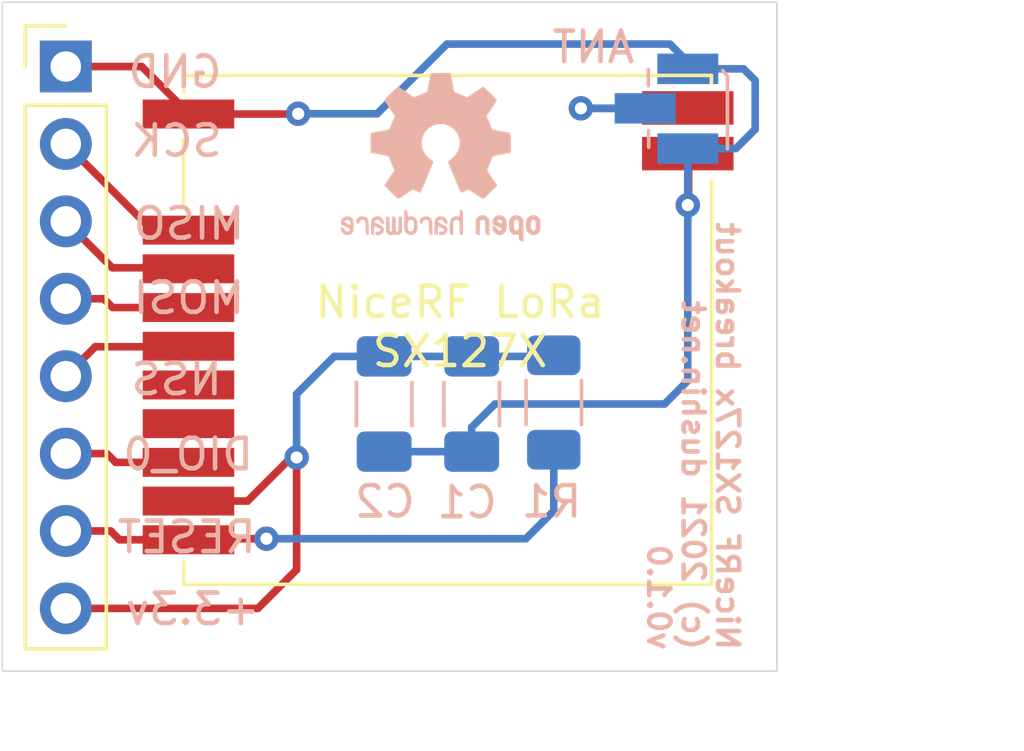
<source format=kicad_pcb>
(kicad_pcb (version 20171130) (host pcbnew "(5.1.9-0-10_14)")

  (general
    (thickness 1.6)
    (drawings 17)
    (tracks 68)
    (zones 0)
    (modules 7)
    (nets 12)
  )

  (page A4)
  (layers
    (0 F.Cu signal)
    (31 B.Cu signal)
    (32 B.Adhes user)
    (33 F.Adhes user)
    (34 B.Paste user)
    (35 F.Paste user)
    (36 B.SilkS user)
    (37 F.SilkS user)
    (38 B.Mask user)
    (39 F.Mask user)
    (40 Dwgs.User user)
    (41 Cmts.User user)
    (42 Eco1.User user)
    (43 Eco2.User user)
    (44 Edge.Cuts user)
    (45 Margin user)
    (46 B.CrtYd user)
    (47 F.CrtYd user)
    (48 B.Fab user)
    (49 F.Fab user)
  )

  (setup
    (last_trace_width 0.25)
    (trace_clearance 0.2)
    (zone_clearance 0.508)
    (zone_45_only no)
    (trace_min 0.2)
    (via_size 0.8)
    (via_drill 0.4)
    (via_min_size 0.4)
    (via_min_drill 0.3)
    (uvia_size 0.3)
    (uvia_drill 0.1)
    (uvias_allowed no)
    (uvia_min_size 0.2)
    (uvia_min_drill 0.1)
    (edge_width 0.05)
    (segment_width 0.2)
    (pcb_text_width 0.3)
    (pcb_text_size 1.5 1.5)
    (mod_edge_width 0.12)
    (mod_text_size 1 1)
    (mod_text_width 0.15)
    (pad_size 1.524 1.524)
    (pad_drill 0.762)
    (pad_to_mask_clearance 0)
    (aux_axis_origin 0 0)
    (visible_elements FFFFFF7F)
    (pcbplotparams
      (layerselection 0x010fc_ffffffff)
      (usegerberextensions false)
      (usegerberattributes true)
      (usegerberadvancedattributes true)
      (creategerberjobfile true)
      (excludeedgelayer true)
      (linewidth 0.100000)
      (plotframeref false)
      (viasonmask false)
      (mode 1)
      (useauxorigin false)
      (hpglpennumber 1)
      (hpglpenspeed 20)
      (hpglpendiameter 15.000000)
      (psnegative false)
      (psa4output false)
      (plotreference true)
      (plotvalue true)
      (plotinvisibletext false)
      (padsonsilk false)
      (subtractmaskfromsilk false)
      (outputformat 1)
      (mirror false)
      (drillshape 1)
      (scaleselection 1)
      (outputdirectory ""))
  )

  (net 0 "")
  (net 1 /GND)
  (net 2 /VCC)
  (net 3 "Net-(U1-Pad9)")
  (net 4 "Net-(U1-Pad8)")
  (net 5 /RESET)
  (net 6 /DIO0)
  (net 7 /NSS)
  (net 8 /MOSI)
  (net 9 /MISO)
  (net 10 /SCK)
  (net 11 /ANT)

  (net_class Default "This is the default net class."
    (clearance 0.2)
    (trace_width 0.25)
    (via_dia 0.8)
    (via_drill 0.4)
    (uvia_dia 0.3)
    (uvia_drill 0.1)
    (add_net /ANT)
    (add_net /DIO0)
    (add_net /GND)
    (add_net /MISO)
    (add_net /MOSI)
    (add_net /NSS)
    (add_net /RESET)
    (add_net /SCK)
    (add_net /VCC)
    (add_net "Net-(U1-Pad8)")
    (add_net "Net-(U1-Pad9)")
  )

  (module 0xFD:nicerf-lora-sx127x (layer F.Cu) (tedit 611BC697) (tstamp 611BC8B2)
    (at 133.223 71.3232)
    (path /60F0C216)
    (fp_text reference U1 (at 0.1016 8.9916) (layer F.SilkS) hide
      (effects (font (size 1 1) (thickness 0.15)))
    )
    (fp_text value "NiceRF SX127X" (at -0.0762 -11.6205) (layer F.Fab) hide
      (effects (font (size 1 1) (thickness 0.15)))
    )
    (fp_line (start -8.6614 -7.6581) (end -8.6614 -5.4483) (layer F.SilkS) (width 0.12))
    (fp_line (start -8.65 -9.7663) (end 8.65 -9.7663) (layer F.SilkS) (width 0.12))
    (fp_line (start -8.6487 -9.7663) (end -8.6487 -9.2202) (layer F.SilkS) (width 0.12))
    (fp_line (start 8.6487 -9.7663) (end 8.6487 -9.525) (layer F.SilkS) (width 0.12))
    (fp_line (start -8.65 6.9342) (end 8.65 6.9342) (layer F.SilkS) (width 0.12))
    (fp_line (start -8.6487 6.1722) (end -8.6487 6.9342) (layer F.SilkS) (width 0.12))
    (fp_line (start 8.6487 6.9342) (end 8.6614 -6.2738) (layer F.SilkS) (width 0.12))
    (pad 13 smd rect (at 7.874 -8.7) (size 3 1.1) (layers F.Cu F.Paste F.Mask)
      (net 11 /ANT))
    (pad 14 smd rect (at 7.874 -7.2) (size 3 1.1) (layers F.Cu F.Paste F.Mask)
      (net 1 /GND))
    (pad 12 smd rect (at -8.5 5.47) (size 3 0.95) (layers F.Cu F.Paste F.Mask)
      (net 5 /RESET))
    (pad 11 smd rect (at -8.5 4.2) (size 3 0.95) (layers F.Cu F.Paste F.Mask)
      (net 2 /VCC))
    (pad 10 smd rect (at -8.5 2.93) (size 3 0.95) (layers F.Cu F.Paste F.Mask)
      (net 6 /DIO0))
    (pad 9 smd rect (at -8.5 1.66) (size 3 0.95) (layers F.Cu F.Paste F.Mask)
      (net 3 "Net-(U1-Pad9)"))
    (pad 8 smd rect (at -8.5 0.39) (size 3 0.95) (layers F.Cu F.Paste F.Mask)
      (net 4 "Net-(U1-Pad8)"))
    (pad 7 smd rect (at -8.5 -0.88) (size 3 0.95) (layers F.Cu F.Paste F.Mask)
      (net 7 /NSS))
    (pad 6 smd rect (at -8.5 -2.15) (size 3 0.95) (layers F.Cu F.Paste F.Mask)
      (net 8 /MOSI))
    (pad 5 smd rect (at -8.5 -3.42) (size 3 0.95) (layers F.Cu F.Paste F.Mask)
      (net 9 /MISO))
    (pad 4 smd rect (at -8.5 -4.69) (size 3 0.95) (layers F.Cu F.Paste F.Mask)
      (net 10 /SCK))
    (pad 1 smd rect (at -8.5 -8.5) (size 3 0.95) (layers F.Cu F.Paste F.Mask)
      (net 1 /GND))
  )

  (module Resistor_SMD:R_1206_3216Metric_Pad1.30x1.75mm_HandSolder (layer B.Cu) (tedit 5F68FEEE) (tstamp 60F5C2F8)
    (at 136.7028 72.289 90)
    (descr "Resistor SMD 1206 (3216 Metric), square (rectangular) end terminal, IPC_7351 nominal with elongated pad for handsoldering. (Body size source: IPC-SM-782 page 72, https://www.pcb-3d.com/wordpress/wp-content/uploads/ipc-sm-782a_amendment_1_and_2.pdf), generated with kicad-footprint-generator")
    (tags "resistor handsolder")
    (path /60F5CD4D)
    (attr smd)
    (fp_text reference R1 (at -3.2512 -0.0762 180) (layer B.SilkS)
      (effects (font (size 1 1) (thickness 0.15)) (justify mirror))
    )
    (fp_text value 10k (at 0 -1.82 90) (layer B.Fab) hide
      (effects (font (size 1 1) (thickness 0.15)) (justify mirror))
    )
    (fp_line (start 2.45 -1.12) (end -2.45 -1.12) (layer B.CrtYd) (width 0.05))
    (fp_line (start 2.45 1.12) (end 2.45 -1.12) (layer B.CrtYd) (width 0.05))
    (fp_line (start -2.45 1.12) (end 2.45 1.12) (layer B.CrtYd) (width 0.05))
    (fp_line (start -2.45 -1.12) (end -2.45 1.12) (layer B.CrtYd) (width 0.05))
    (fp_line (start -0.727064 -0.91) (end 0.727064 -0.91) (layer B.SilkS) (width 0.12))
    (fp_line (start -0.727064 0.91) (end 0.727064 0.91) (layer B.SilkS) (width 0.12))
    (fp_line (start 1.6 -0.8) (end -1.6 -0.8) (layer B.Fab) (width 0.1))
    (fp_line (start 1.6 0.8) (end 1.6 -0.8) (layer B.Fab) (width 0.1))
    (fp_line (start -1.6 0.8) (end 1.6 0.8) (layer B.Fab) (width 0.1))
    (fp_line (start -1.6 -0.8) (end -1.6 0.8) (layer B.Fab) (width 0.1))
    (fp_text user %R (at 0 0 90) (layer B.Fab)
      (effects (font (size 0.8 0.8) (thickness 0.12)) (justify mirror))
    )
    (pad 2 smd roundrect (at 1.55 0 90) (size 1.3 1.75) (layers B.Cu B.Paste B.Mask) (roundrect_rratio 0.192308)
      (net 2 /VCC))
    (pad 1 smd roundrect (at -1.55 0 90) (size 1.3 1.75) (layers B.Cu B.Paste B.Mask) (roundrect_rratio 0.192308)
      (net 5 /RESET))
    (model ${KISYS3DMOD}/Resistor_SMD.3dshapes/R_1206_3216Metric.wrl
      (at (xyz 0 0 0))
      (scale (xyz 1 1 1))
      (rotate (xyz 0 0 0))
    )
  )

  (module Symbol:OSHW-Logo2_7.3x6mm_SilkScreen (layer B.Cu) (tedit 0) (tstamp 60F060D7)
    (at 132.9944 64.2366 180)
    (descr "Open Source Hardware Symbol")
    (tags "Logo Symbol OSHW")
    (attr virtual)
    (fp_text reference REF** (at 0 0) (layer B.SilkS) hide
      (effects (font (size 1 1) (thickness 0.15)) (justify mirror))
    )
    (fp_text value OSHW-Logo2_7.3x6mm_SilkScreen (at 0.75 0) (layer B.Fab) hide
      (effects (font (size 1 1) (thickness 0.15)) (justify mirror))
    )
    (fp_poly (pts (xy -2.400256 -1.919918) (xy -2.344799 -1.947568) (xy -2.295852 -1.99848) (xy -2.282371 -2.017338)
      (xy -2.267686 -2.042015) (xy -2.258158 -2.068816) (xy -2.252707 -2.104587) (xy -2.250253 -2.156169)
      (xy -2.249714 -2.224267) (xy -2.252148 -2.317588) (xy -2.260606 -2.387657) (xy -2.276826 -2.439931)
      (xy -2.302546 -2.479869) (xy -2.339503 -2.512929) (xy -2.342218 -2.514886) (xy -2.37864 -2.534908)
      (xy -2.422498 -2.544815) (xy -2.478276 -2.547257) (xy -2.568952 -2.547257) (xy -2.56899 -2.635283)
      (xy -2.569834 -2.684308) (xy -2.574976 -2.713065) (xy -2.588413 -2.730311) (xy -2.614142 -2.744808)
      (xy -2.620321 -2.747769) (xy -2.649236 -2.761648) (xy -2.671624 -2.770414) (xy -2.688271 -2.771171)
      (xy -2.699964 -2.761023) (xy -2.70749 -2.737073) (xy -2.711634 -2.696426) (xy -2.713185 -2.636186)
      (xy -2.712929 -2.553455) (xy -2.711651 -2.445339) (xy -2.711252 -2.413) (xy -2.709815 -2.301524)
      (xy -2.708528 -2.228603) (xy -2.569029 -2.228603) (xy -2.568245 -2.290499) (xy -2.56476 -2.330997)
      (xy -2.556876 -2.357708) (xy -2.542895 -2.378244) (xy -2.533403 -2.38826) (xy -2.494596 -2.417567)
      (xy -2.460237 -2.419952) (xy -2.424784 -2.39575) (xy -2.423886 -2.394857) (xy -2.409461 -2.376153)
      (xy -2.400687 -2.350732) (xy -2.396261 -2.311584) (xy -2.394882 -2.251697) (xy -2.394857 -2.23843)
      (xy -2.398188 -2.155901) (xy -2.409031 -2.098691) (xy -2.42866 -2.063766) (xy -2.45835 -2.048094)
      (xy -2.475509 -2.046514) (xy -2.516234 -2.053926) (xy -2.544168 -2.07833) (xy -2.560983 -2.12298)
      (xy -2.56835 -2.19113) (xy -2.569029 -2.228603) (xy -2.708528 -2.228603) (xy -2.708292 -2.215245)
      (xy -2.706323 -2.150333) (xy -2.70355 -2.102958) (xy -2.699612 -2.06929) (xy -2.694151 -2.045498)
      (xy -2.686808 -2.027753) (xy -2.677223 -2.012224) (xy -2.673113 -2.006381) (xy -2.618595 -1.951185)
      (xy -2.549664 -1.91989) (xy -2.469928 -1.911165) (xy -2.400256 -1.919918)) (layer B.SilkS) (width 0.01))
    (fp_poly (pts (xy -1.283907 -1.92778) (xy -1.237328 -1.954723) (xy -1.204943 -1.981466) (xy -1.181258 -2.009484)
      (xy -1.164941 -2.043748) (xy -1.154661 -2.089227) (xy -1.149086 -2.150892) (xy -1.146884 -2.233711)
      (xy -1.146629 -2.293246) (xy -1.146629 -2.512391) (xy -1.208314 -2.540044) (xy -1.27 -2.567697)
      (xy -1.277257 -2.32767) (xy -1.280256 -2.238028) (xy -1.283402 -2.172962) (xy -1.287299 -2.128026)
      (xy -1.292553 -2.09877) (xy -1.299769 -2.080748) (xy -1.30955 -2.069511) (xy -1.312688 -2.067079)
      (xy -1.360239 -2.048083) (xy -1.408303 -2.0556) (xy -1.436914 -2.075543) (xy -1.448553 -2.089675)
      (xy -1.456609 -2.10822) (xy -1.461729 -2.136334) (xy -1.464559 -2.179173) (xy -1.465744 -2.241895)
      (xy -1.465943 -2.307261) (xy -1.465982 -2.389268) (xy -1.467386 -2.447316) (xy -1.472086 -2.486465)
      (xy -1.482013 -2.51178) (xy -1.499097 -2.528323) (xy -1.525268 -2.541156) (xy -1.560225 -2.554491)
      (xy -1.598404 -2.569007) (xy -1.593859 -2.311389) (xy -1.592029 -2.218519) (xy -1.589888 -2.149889)
      (xy -1.586819 -2.100711) (xy -1.582206 -2.066198) (xy -1.575432 -2.041562) (xy -1.565881 -2.022016)
      (xy -1.554366 -2.00477) (xy -1.49881 -1.94968) (xy -1.43102 -1.917822) (xy -1.357287 -1.910191)
      (xy -1.283907 -1.92778)) (layer B.SilkS) (width 0.01))
    (fp_poly (pts (xy -2.958885 -1.921962) (xy -2.890855 -1.957733) (xy -2.840649 -2.015301) (xy -2.822815 -2.052312)
      (xy -2.808937 -2.107882) (xy -2.801833 -2.178096) (xy -2.80116 -2.254727) (xy -2.806573 -2.329552)
      (xy -2.81773 -2.394342) (xy -2.834286 -2.440873) (xy -2.839374 -2.448887) (xy -2.899645 -2.508707)
      (xy -2.971231 -2.544535) (xy -3.048908 -2.55502) (xy -3.127452 -2.53881) (xy -3.149311 -2.529092)
      (xy -3.191878 -2.499143) (xy -3.229237 -2.459433) (xy -3.232768 -2.454397) (xy -3.247119 -2.430124)
      (xy -3.256606 -2.404178) (xy -3.26221 -2.370022) (xy -3.264914 -2.321119) (xy -3.265701 -2.250935)
      (xy -3.265714 -2.2352) (xy -3.265678 -2.230192) (xy -3.120571 -2.230192) (xy -3.119727 -2.29643)
      (xy -3.116404 -2.340386) (xy -3.109417 -2.368779) (xy -3.097584 -2.388325) (xy -3.091543 -2.394857)
      (xy -3.056814 -2.41968) (xy -3.023097 -2.418548) (xy -2.989005 -2.397016) (xy -2.968671 -2.374029)
      (xy -2.956629 -2.340478) (xy -2.949866 -2.287569) (xy -2.949402 -2.281399) (xy -2.948248 -2.185513)
      (xy -2.960312 -2.114299) (xy -2.98543 -2.068194) (xy -3.02344 -2.047635) (xy -3.037008 -2.046514)
      (xy -3.072636 -2.052152) (xy -3.097006 -2.071686) (xy -3.111907 -2.109042) (xy -3.119125 -2.16815)
      (xy -3.120571 -2.230192) (xy -3.265678 -2.230192) (xy -3.265174 -2.160413) (xy -3.262904 -2.108159)
      (xy -3.257932 -2.071949) (xy -3.249287 -2.045299) (xy -3.235995 -2.021722) (xy -3.233057 -2.017338)
      (xy -3.183687 -1.958249) (xy -3.129891 -1.923947) (xy -3.064398 -1.910331) (xy -3.042158 -1.909665)
      (xy -2.958885 -1.921962)) (layer B.SilkS) (width 0.01))
    (fp_poly (pts (xy -1.831697 -1.931239) (xy -1.774473 -1.969735) (xy -1.730251 -2.025335) (xy -1.703833 -2.096086)
      (xy -1.69849 -2.148162) (xy -1.699097 -2.169893) (xy -1.704178 -2.186531) (xy -1.718145 -2.201437)
      (xy -1.745411 -2.217973) (xy -1.790388 -2.239498) (xy -1.857489 -2.269374) (xy -1.857829 -2.269524)
      (xy -1.919593 -2.297813) (xy -1.970241 -2.322933) (xy -2.004596 -2.342179) (xy -2.017482 -2.352848)
      (xy -2.017486 -2.352934) (xy -2.006128 -2.376166) (xy -1.979569 -2.401774) (xy -1.949077 -2.420221)
      (xy -1.93363 -2.423886) (xy -1.891485 -2.411212) (xy -1.855192 -2.379471) (xy -1.837483 -2.344572)
      (xy -1.820448 -2.318845) (xy -1.787078 -2.289546) (xy -1.747851 -2.264235) (xy -1.713244 -2.250471)
      (xy -1.706007 -2.249714) (xy -1.697861 -2.26216) (xy -1.69737 -2.293972) (xy -1.703357 -2.336866)
      (xy -1.714643 -2.382558) (xy -1.73005 -2.422761) (xy -1.730829 -2.424322) (xy -1.777196 -2.489062)
      (xy -1.837289 -2.533097) (xy -1.905535 -2.554711) (xy -1.976362 -2.552185) (xy -2.044196 -2.523804)
      (xy -2.047212 -2.521808) (xy -2.100573 -2.473448) (xy -2.13566 -2.410352) (xy -2.155078 -2.327387)
      (xy -2.157684 -2.304078) (xy -2.162299 -2.194055) (xy -2.156767 -2.142748) (xy -2.017486 -2.142748)
      (xy -2.015676 -2.174753) (xy -2.005778 -2.184093) (xy -1.981102 -2.177105) (xy -1.942205 -2.160587)
      (xy -1.898725 -2.139881) (xy -1.897644 -2.139333) (xy -1.860791 -2.119949) (xy -1.846 -2.107013)
      (xy -1.849647 -2.093451) (xy -1.865005 -2.075632) (xy -1.904077 -2.049845) (xy -1.946154 -2.04795)
      (xy -1.983897 -2.066717) (xy -2.009966 -2.102915) (xy -2.017486 -2.142748) (xy -2.156767 -2.142748)
      (xy -2.152806 -2.106027) (xy -2.12845 -2.036212) (xy -2.094544 -1.987302) (xy -2.033347 -1.937878)
      (xy -1.965937 -1.913359) (xy -1.89712 -1.911797) (xy -1.831697 -1.931239)) (layer B.SilkS) (width 0.01))
    (fp_poly (pts (xy -0.624114 -1.851289) (xy -0.619861 -1.910613) (xy -0.614975 -1.945572) (xy -0.608205 -1.96082)
      (xy -0.598298 -1.961015) (xy -0.595086 -1.959195) (xy -0.552356 -1.946015) (xy -0.496773 -1.946785)
      (xy -0.440263 -1.960333) (xy -0.404918 -1.977861) (xy -0.368679 -2.005861) (xy -0.342187 -2.037549)
      (xy -0.324001 -2.077813) (xy -0.312678 -2.131543) (xy -0.306778 -2.203626) (xy -0.304857 -2.298951)
      (xy -0.304823 -2.317237) (xy -0.3048 -2.522646) (xy -0.350509 -2.53858) (xy -0.382973 -2.54942)
      (xy -0.400785 -2.554468) (xy -0.401309 -2.554514) (xy -0.403063 -2.540828) (xy -0.404556 -2.503076)
      (xy -0.405674 -2.446224) (xy -0.406303 -2.375234) (xy -0.4064 -2.332073) (xy -0.406602 -2.246973)
      (xy -0.407642 -2.185981) (xy -0.410169 -2.144177) (xy -0.414836 -2.116642) (xy -0.422293 -2.098456)
      (xy -0.433189 -2.084698) (xy -0.439993 -2.078073) (xy -0.486728 -2.051375) (xy -0.537728 -2.049375)
      (xy -0.583999 -2.071955) (xy -0.592556 -2.080107) (xy -0.605107 -2.095436) (xy -0.613812 -2.113618)
      (xy -0.619369 -2.139909) (xy -0.622474 -2.179562) (xy -0.623824 -2.237832) (xy -0.624114 -2.318173)
      (xy -0.624114 -2.522646) (xy -0.669823 -2.53858) (xy -0.702287 -2.54942) (xy -0.720099 -2.554468)
      (xy -0.720623 -2.554514) (xy -0.721963 -2.540623) (xy -0.723172 -2.501439) (xy -0.724199 -2.4407)
      (xy -0.724998 -2.362141) (xy -0.725519 -2.269498) (xy -0.725714 -2.166509) (xy -0.725714 -1.769342)
      (xy -0.678543 -1.749444) (xy -0.631371 -1.729547) (xy -0.624114 -1.851289)) (layer B.SilkS) (width 0.01))
    (fp_poly (pts (xy 0.039744 -1.950968) (xy 0.096616 -1.972087) (xy 0.097267 -1.972493) (xy 0.13244 -1.99838)
      (xy 0.158407 -2.028633) (xy 0.17667 -2.068058) (xy 0.188732 -2.121462) (xy 0.196096 -2.193651)
      (xy 0.200264 -2.289432) (xy 0.200629 -2.303078) (xy 0.205876 -2.508842) (xy 0.161716 -2.531678)
      (xy 0.129763 -2.54711) (xy 0.11047 -2.554423) (xy 0.109578 -2.554514) (xy 0.106239 -2.541022)
      (xy 0.103587 -2.504626) (xy 0.101956 -2.451452) (xy 0.1016 -2.408393) (xy 0.101592 -2.338641)
      (xy 0.098403 -2.294837) (xy 0.087288 -2.273944) (xy 0.063501 -2.272925) (xy 0.022296 -2.288741)
      (xy -0.039914 -2.317815) (xy -0.085659 -2.341963) (xy -0.109187 -2.362913) (xy -0.116104 -2.385747)
      (xy -0.116114 -2.386877) (xy -0.104701 -2.426212) (xy -0.070908 -2.447462) (xy -0.019191 -2.450539)
      (xy 0.018061 -2.450006) (xy 0.037703 -2.460735) (xy 0.049952 -2.486505) (xy 0.057002 -2.519337)
      (xy 0.046842 -2.537966) (xy 0.043017 -2.540632) (xy 0.007001 -2.55134) (xy -0.043434 -2.552856)
      (xy -0.095374 -2.545759) (xy -0.132178 -2.532788) (xy -0.183062 -2.489585) (xy -0.211986 -2.429446)
      (xy -0.217714 -2.382462) (xy -0.213343 -2.340082) (xy -0.197525 -2.305488) (xy -0.166203 -2.274763)
      (xy -0.115322 -2.24399) (xy -0.040824 -2.209252) (xy -0.036286 -2.207288) (xy 0.030821 -2.176287)
      (xy 0.072232 -2.150862) (xy 0.089981 -2.128014) (xy 0.086107 -2.104745) (xy 0.062643 -2.078056)
      (xy 0.055627 -2.071914) (xy 0.00863 -2.0481) (xy -0.040067 -2.049103) (xy -0.082478 -2.072451)
      (xy -0.110616 -2.115675) (xy -0.113231 -2.12416) (xy -0.138692 -2.165308) (xy -0.170999 -2.185128)
      (xy -0.217714 -2.20477) (xy -0.217714 -2.15395) (xy -0.203504 -2.080082) (xy -0.161325 -2.012327)
      (xy -0.139376 -1.989661) (xy -0.089483 -1.960569) (xy -0.026033 -1.9474) (xy 0.039744 -1.950968)) (layer B.SilkS) (width 0.01))
    (fp_poly (pts (xy 0.529926 -1.949755) (xy 0.595858 -1.974084) (xy 0.649273 -2.017117) (xy 0.670164 -2.047409)
      (xy 0.692939 -2.102994) (xy 0.692466 -2.143186) (xy 0.668562 -2.170217) (xy 0.659717 -2.174813)
      (xy 0.62153 -2.189144) (xy 0.602028 -2.185472) (xy 0.595422 -2.161407) (xy 0.595086 -2.148114)
      (xy 0.582992 -2.09921) (xy 0.551471 -2.064999) (xy 0.507659 -2.048476) (xy 0.458695 -2.052634)
      (xy 0.418894 -2.074227) (xy 0.40545 -2.086544) (xy 0.395921 -2.101487) (xy 0.389485 -2.124075)
      (xy 0.385317 -2.159328) (xy 0.382597 -2.212266) (xy 0.380502 -2.287907) (xy 0.37996 -2.311857)
      (xy 0.377981 -2.39379) (xy 0.375731 -2.451455) (xy 0.372357 -2.489608) (xy 0.367006 -2.513004)
      (xy 0.358824 -2.526398) (xy 0.346959 -2.534545) (xy 0.339362 -2.538144) (xy 0.307102 -2.550452)
      (xy 0.288111 -2.554514) (xy 0.281836 -2.540948) (xy 0.278006 -2.499934) (xy 0.2766 -2.430999)
      (xy 0.277598 -2.333669) (xy 0.277908 -2.318657) (xy 0.280101 -2.229859) (xy 0.282693 -2.165019)
      (xy 0.286382 -2.119067) (xy 0.291864 -2.086935) (xy 0.299835 -2.063553) (xy 0.310993 -2.043852)
      (xy 0.31683 -2.03541) (xy 0.350296 -1.998057) (xy 0.387727 -1.969003) (xy 0.392309 -1.966467)
      (xy 0.459426 -1.946443) (xy 0.529926 -1.949755)) (layer B.SilkS) (width 0.01))
    (fp_poly (pts (xy 1.190117 -2.065358) (xy 1.189933 -2.173837) (xy 1.189219 -2.257287) (xy 1.187675 -2.319704)
      (xy 1.185001 -2.365085) (xy 1.180894 -2.397429) (xy 1.175055 -2.420733) (xy 1.167182 -2.438995)
      (xy 1.161221 -2.449418) (xy 1.111855 -2.505945) (xy 1.049264 -2.541377) (xy 0.980013 -2.55409)
      (xy 0.910668 -2.542463) (xy 0.869375 -2.521568) (xy 0.826025 -2.485422) (xy 0.796481 -2.441276)
      (xy 0.778655 -2.383462) (xy 0.770463 -2.306313) (xy 0.769302 -2.249714) (xy 0.769458 -2.245647)
      (xy 0.870857 -2.245647) (xy 0.871476 -2.31055) (xy 0.874314 -2.353514) (xy 0.88084 -2.381622)
      (xy 0.892523 -2.401953) (xy 0.906483 -2.417288) (xy 0.953365 -2.44689) (xy 1.003701 -2.449419)
      (xy 1.051276 -2.424705) (xy 1.054979 -2.421356) (xy 1.070783 -2.403935) (xy 1.080693 -2.383209)
      (xy 1.086058 -2.352362) (xy 1.088228 -2.304577) (xy 1.088571 -2.251748) (xy 1.087827 -2.185381)
      (xy 1.084748 -2.141106) (xy 1.078061 -2.112009) (xy 1.066496 -2.091173) (xy 1.057013 -2.080107)
      (xy 1.01296 -2.052198) (xy 0.962224 -2.048843) (xy 0.913796 -2.070159) (xy 0.90445 -2.078073)
      (xy 0.88854 -2.095647) (xy 0.87861 -2.116587) (xy 0.873278 -2.147782) (xy 0.871163 -2.196122)
      (xy 0.870857 -2.245647) (xy 0.769458 -2.245647) (xy 0.77281 -2.158568) (xy 0.784726 -2.090086)
      (xy 0.807135 -2.0386) (xy 0.842124 -1.998443) (xy 0.869375 -1.977861) (xy 0.918907 -1.955625)
      (xy 0.976316 -1.945304) (xy 1.029682 -1.948067) (xy 1.059543 -1.959212) (xy 1.071261 -1.962383)
      (xy 1.079037 -1.950557) (xy 1.084465 -1.918866) (xy 1.088571 -1.870593) (xy 1.093067 -1.816829)
      (xy 1.099313 -1.784482) (xy 1.110676 -1.765985) (xy 1.130528 -1.75377) (xy 1.143 -1.748362)
      (xy 1.190171 -1.728601) (xy 1.190117 -2.065358)) (layer B.SilkS) (width 0.01))
    (fp_poly (pts (xy 1.779833 -1.958663) (xy 1.782048 -1.99685) (xy 1.783784 -2.054886) (xy 1.784899 -2.12818)
      (xy 1.785257 -2.205055) (xy 1.785257 -2.465196) (xy 1.739326 -2.511127) (xy 1.707675 -2.539429)
      (xy 1.67989 -2.550893) (xy 1.641915 -2.550168) (xy 1.62684 -2.548321) (xy 1.579726 -2.542948)
      (xy 1.540756 -2.539869) (xy 1.531257 -2.539585) (xy 1.499233 -2.541445) (xy 1.453432 -2.546114)
      (xy 1.435674 -2.548321) (xy 1.392057 -2.551735) (xy 1.362745 -2.54432) (xy 1.33368 -2.521427)
      (xy 1.323188 -2.511127) (xy 1.277257 -2.465196) (xy 1.277257 -1.978602) (xy 1.314226 -1.961758)
      (xy 1.346059 -1.949282) (xy 1.364683 -1.944914) (xy 1.369458 -1.958718) (xy 1.373921 -1.997286)
      (xy 1.377775 -2.056356) (xy 1.380722 -2.131663) (xy 1.382143 -2.195286) (xy 1.386114 -2.445657)
      (xy 1.420759 -2.450556) (xy 1.452268 -2.447131) (xy 1.467708 -2.436041) (xy 1.472023 -2.415308)
      (xy 1.475708 -2.371145) (xy 1.478469 -2.309146) (xy 1.480012 -2.234909) (xy 1.480235 -2.196706)
      (xy 1.480457 -1.976783) (xy 1.526166 -1.960849) (xy 1.558518 -1.950015) (xy 1.576115 -1.944962)
      (xy 1.576623 -1.944914) (xy 1.578388 -1.958648) (xy 1.580329 -1.99673) (xy 1.582282 -2.054482)
      (xy 1.584084 -2.127227) (xy 1.585343 -2.195286) (xy 1.589314 -2.445657) (xy 1.6764 -2.445657)
      (xy 1.680396 -2.21724) (xy 1.684392 -1.988822) (xy 1.726847 -1.966868) (xy 1.758192 -1.951793)
      (xy 1.776744 -1.944951) (xy 1.777279 -1.944914) (xy 1.779833 -1.958663)) (layer B.SilkS) (width 0.01))
    (fp_poly (pts (xy 2.144876 -1.956335) (xy 2.186667 -1.975344) (xy 2.219469 -1.998378) (xy 2.243503 -2.024133)
      (xy 2.260097 -2.057358) (xy 2.270577 -2.1028) (xy 2.276271 -2.165207) (xy 2.278507 -2.249327)
      (xy 2.278743 -2.304721) (xy 2.278743 -2.520826) (xy 2.241774 -2.53767) (xy 2.212656 -2.549981)
      (xy 2.198231 -2.554514) (xy 2.195472 -2.541025) (xy 2.193282 -2.504653) (xy 2.191942 -2.451542)
      (xy 2.191657 -2.409372) (xy 2.190434 -2.348447) (xy 2.187136 -2.300115) (xy 2.182321 -2.270518)
      (xy 2.178496 -2.264229) (xy 2.152783 -2.270652) (xy 2.112418 -2.287125) (xy 2.065679 -2.309458)
      (xy 2.020845 -2.333457) (xy 1.986193 -2.35493) (xy 1.970002 -2.369685) (xy 1.969938 -2.369845)
      (xy 1.97133 -2.397152) (xy 1.983818 -2.423219) (xy 2.005743 -2.444392) (xy 2.037743 -2.451474)
      (xy 2.065092 -2.450649) (xy 2.103826 -2.450042) (xy 2.124158 -2.459116) (xy 2.136369 -2.483092)
      (xy 2.137909 -2.487613) (xy 2.143203 -2.521806) (xy 2.129047 -2.542568) (xy 2.092148 -2.552462)
      (xy 2.052289 -2.554292) (xy 1.980562 -2.540727) (xy 1.943432 -2.521355) (xy 1.897576 -2.475845)
      (xy 1.873256 -2.419983) (xy 1.871073 -2.360957) (xy 1.891629 -2.305953) (xy 1.922549 -2.271486)
      (xy 1.95342 -2.252189) (xy 2.001942 -2.227759) (xy 2.058485 -2.202985) (xy 2.06791 -2.199199)
      (xy 2.130019 -2.171791) (xy 2.165822 -2.147634) (xy 2.177337 -2.123619) (xy 2.16658 -2.096635)
      (xy 2.148114 -2.075543) (xy 2.104469 -2.049572) (xy 2.056446 -2.047624) (xy 2.012406 -2.067637)
      (xy 1.980709 -2.107551) (xy 1.976549 -2.117848) (xy 1.952327 -2.155724) (xy 1.916965 -2.183842)
      (xy 1.872343 -2.206917) (xy 1.872343 -2.141485) (xy 1.874969 -2.101506) (xy 1.88623 -2.069997)
      (xy 1.911199 -2.036378) (xy 1.935169 -2.010484) (xy 1.972441 -1.973817) (xy 2.001401 -1.954121)
      (xy 2.032505 -1.94622) (xy 2.067713 -1.944914) (xy 2.144876 -1.956335)) (layer B.SilkS) (width 0.01))
    (fp_poly (pts (xy 2.6526 -1.958752) (xy 2.669948 -1.966334) (xy 2.711356 -1.999128) (xy 2.746765 -2.046547)
      (xy 2.768664 -2.097151) (xy 2.772229 -2.122098) (xy 2.760279 -2.156927) (xy 2.734067 -2.175357)
      (xy 2.705964 -2.186516) (xy 2.693095 -2.188572) (xy 2.686829 -2.173649) (xy 2.674456 -2.141175)
      (xy 2.669028 -2.126502) (xy 2.63859 -2.075744) (xy 2.59452 -2.050427) (xy 2.53801 -2.051206)
      (xy 2.533825 -2.052203) (xy 2.503655 -2.066507) (xy 2.481476 -2.094393) (xy 2.466327 -2.139287)
      (xy 2.45725 -2.204615) (xy 2.453286 -2.293804) (xy 2.452914 -2.341261) (xy 2.45273 -2.416071)
      (xy 2.451522 -2.467069) (xy 2.448309 -2.499471) (xy 2.442109 -2.518495) (xy 2.43194 -2.529356)
      (xy 2.416819 -2.537272) (xy 2.415946 -2.53767) (xy 2.386828 -2.549981) (xy 2.372403 -2.554514)
      (xy 2.370186 -2.540809) (xy 2.368289 -2.502925) (xy 2.366847 -2.445715) (xy 2.365998 -2.374027)
      (xy 2.365829 -2.321565) (xy 2.366692 -2.220047) (xy 2.37007 -2.143032) (xy 2.377142 -2.086023)
      (xy 2.389088 -2.044526) (xy 2.40709 -2.014043) (xy 2.432327 -1.99008) (xy 2.457247 -1.973355)
      (xy 2.517171 -1.951097) (xy 2.586911 -1.946076) (xy 2.6526 -1.958752)) (layer B.SilkS) (width 0.01))
    (fp_poly (pts (xy 3.153595 -1.966966) (xy 3.211021 -2.004497) (xy 3.238719 -2.038096) (xy 3.260662 -2.099064)
      (xy 3.262405 -2.147308) (xy 3.258457 -2.211816) (xy 3.109686 -2.276934) (xy 3.037349 -2.310202)
      (xy 2.990084 -2.336964) (xy 2.965507 -2.360144) (xy 2.961237 -2.382667) (xy 2.974889 -2.407455)
      (xy 2.989943 -2.423886) (xy 3.033746 -2.450235) (xy 3.081389 -2.452081) (xy 3.125145 -2.431546)
      (xy 3.157289 -2.390752) (xy 3.163038 -2.376347) (xy 3.190576 -2.331356) (xy 3.222258 -2.312182)
      (xy 3.265714 -2.295779) (xy 3.265714 -2.357966) (xy 3.261872 -2.400283) (xy 3.246823 -2.435969)
      (xy 3.21528 -2.476943) (xy 3.210592 -2.482267) (xy 3.175506 -2.51872) (xy 3.145347 -2.538283)
      (xy 3.107615 -2.547283) (xy 3.076335 -2.55023) (xy 3.020385 -2.550965) (xy 2.980555 -2.54166)
      (xy 2.955708 -2.527846) (xy 2.916656 -2.497467) (xy 2.889625 -2.464613) (xy 2.872517 -2.423294)
      (xy 2.863238 -2.367521) (xy 2.859693 -2.291305) (xy 2.85941 -2.252622) (xy 2.860372 -2.206247)
      (xy 2.948007 -2.206247) (xy 2.949023 -2.231126) (xy 2.951556 -2.2352) (xy 2.968274 -2.229665)
      (xy 3.004249 -2.215017) (xy 3.052331 -2.19419) (xy 3.062386 -2.189714) (xy 3.123152 -2.158814)
      (xy 3.156632 -2.131657) (xy 3.16399 -2.10622) (xy 3.146391 -2.080481) (xy 3.131856 -2.069109)
      (xy 3.07941 -2.046364) (xy 3.030322 -2.050122) (xy 2.989227 -2.077884) (xy 2.960758 -2.127152)
      (xy 2.951631 -2.166257) (xy 2.948007 -2.206247) (xy 2.860372 -2.206247) (xy 2.861285 -2.162249)
      (xy 2.868196 -2.095384) (xy 2.881884 -2.046695) (xy 2.904096 -2.010849) (xy 2.936574 -1.982513)
      (xy 2.950733 -1.973355) (xy 3.015053 -1.949507) (xy 3.085473 -1.948006) (xy 3.153595 -1.966966)) (layer B.SilkS) (width 0.01))
    (fp_poly (pts (xy 0.10391 2.757652) (xy 0.182454 2.757222) (xy 0.239298 2.756058) (xy 0.278105 2.753793)
      (xy 0.302538 2.75006) (xy 0.316262 2.744494) (xy 0.32294 2.736727) (xy 0.326236 2.726395)
      (xy 0.326556 2.725057) (xy 0.331562 2.700921) (xy 0.340829 2.653299) (xy 0.353392 2.587259)
      (xy 0.368287 2.507872) (xy 0.384551 2.420204) (xy 0.385119 2.417125) (xy 0.40141 2.331211)
      (xy 0.416652 2.255304) (xy 0.429861 2.193955) (xy 0.440054 2.151718) (xy 0.446248 2.133145)
      (xy 0.446543 2.132816) (xy 0.464788 2.123747) (xy 0.502405 2.108633) (xy 0.551271 2.090738)
      (xy 0.551543 2.090642) (xy 0.613093 2.067507) (xy 0.685657 2.038035) (xy 0.754057 2.008403)
      (xy 0.757294 2.006938) (xy 0.868702 1.956374) (xy 1.115399 2.12484) (xy 1.191077 2.176197)
      (xy 1.259631 2.222111) (xy 1.317088 2.25997) (xy 1.359476 2.287163) (xy 1.382825 2.301079)
      (xy 1.385042 2.302111) (xy 1.40201 2.297516) (xy 1.433701 2.275345) (xy 1.481352 2.234553)
      (xy 1.546198 2.174095) (xy 1.612397 2.109773) (xy 1.676214 2.046388) (xy 1.733329 1.988549)
      (xy 1.780305 1.939825) (xy 1.813703 1.90379) (xy 1.830085 1.884016) (xy 1.830694 1.882998)
      (xy 1.832505 1.869428) (xy 1.825683 1.847267) (xy 1.80854 1.813522) (xy 1.779393 1.7652)
      (xy 1.736555 1.699308) (xy 1.679448 1.614483) (xy 1.628766 1.539823) (xy 1.583461 1.47286)
      (xy 1.54615 1.417484) (xy 1.519452 1.37758) (xy 1.505985 1.357038) (xy 1.505137 1.355644)
      (xy 1.506781 1.335962) (xy 1.519245 1.297707) (xy 1.540048 1.248111) (xy 1.547462 1.232272)
      (xy 1.579814 1.16171) (xy 1.614328 1.081647) (xy 1.642365 1.012371) (xy 1.662568 0.960955)
      (xy 1.678615 0.921881) (xy 1.687888 0.901459) (xy 1.689041 0.899886) (xy 1.706096 0.897279)
      (xy 1.746298 0.890137) (xy 1.804302 0.879477) (xy 1.874763 0.866315) (xy 1.952335 0.851667)
      (xy 2.031672 0.836551) (xy 2.107431 0.821982) (xy 2.174264 0.808978) (xy 2.226828 0.798555)
      (xy 2.259776 0.79173) (xy 2.267857 0.789801) (xy 2.276205 0.785038) (xy 2.282506 0.774282)
      (xy 2.287045 0.753902) (xy 2.290104 0.720266) (xy 2.291967 0.669745) (xy 2.292918 0.598708)
      (xy 2.29324 0.503524) (xy 2.293257 0.464508) (xy 2.293257 0.147201) (xy 2.217057 0.132161)
      (xy 2.174663 0.124005) (xy 2.1114 0.112101) (xy 2.034962 0.097884) (xy 1.953043 0.08279)
      (xy 1.9304 0.078645) (xy 1.854806 0.063947) (xy 1.788953 0.049495) (xy 1.738366 0.036625)
      (xy 1.708574 0.026678) (xy 1.703612 0.023713) (xy 1.691426 0.002717) (xy 1.673953 -0.037967)
      (xy 1.654577 -0.090322) (xy 1.650734 -0.1016) (xy 1.625339 -0.171523) (xy 1.593817 -0.250418)
      (xy 1.562969 -0.321266) (xy 1.562817 -0.321595) (xy 1.511447 -0.432733) (xy 1.680399 -0.681253)
      (xy 1.849352 -0.929772) (xy 1.632429 -1.147058) (xy 1.566819 -1.211726) (xy 1.506979 -1.268733)
      (xy 1.456267 -1.315033) (xy 1.418046 -1.347584) (xy 1.395675 -1.363343) (xy 1.392466 -1.364343)
      (xy 1.373626 -1.356469) (xy 1.33518 -1.334578) (xy 1.28133 -1.301267) (xy 1.216276 -1.259131)
      (xy 1.14594 -1.211943) (xy 1.074555 -1.16381) (xy 1.010908 -1.121928) (xy 0.959041 -1.088871)
      (xy 0.922995 -1.067218) (xy 0.906867 -1.059543) (xy 0.887189 -1.066037) (xy 0.849875 -1.08315)
      (xy 0.802621 -1.107326) (xy 0.797612 -1.110013) (xy 0.733977 -1.141927) (xy 0.690341 -1.157579)
      (xy 0.663202 -1.157745) (xy 0.649057 -1.143204) (xy 0.648975 -1.143) (xy 0.641905 -1.125779)
      (xy 0.625042 -1.084899) (xy 0.599695 -1.023525) (xy 0.567171 -0.944819) (xy 0.528778 -0.851947)
      (xy 0.485822 -0.748072) (xy 0.444222 -0.647502) (xy 0.398504 -0.536516) (xy 0.356526 -0.433703)
      (xy 0.319548 -0.342215) (xy 0.288827 -0.265201) (xy 0.265622 -0.205815) (xy 0.25119 -0.167209)
      (xy 0.246743 -0.1528) (xy 0.257896 -0.136272) (xy 0.287069 -0.10993) (xy 0.325971 -0.080887)
      (xy 0.436757 0.010961) (xy 0.523351 0.116241) (xy 0.584716 0.232734) (xy 0.619815 0.358224)
      (xy 0.627608 0.490493) (xy 0.621943 0.551543) (xy 0.591078 0.678205) (xy 0.53792 0.790059)
      (xy 0.465767 0.885999) (xy 0.377917 0.964924) (xy 0.277665 1.02573) (xy 0.16831 1.067313)
      (xy 0.053147 1.088572) (xy -0.064525 1.088401) (xy -0.18141 1.065699) (xy -0.294211 1.019362)
      (xy -0.399631 0.948287) (xy -0.443632 0.908089) (xy -0.528021 0.804871) (xy -0.586778 0.692075)
      (xy -0.620296 0.57299) (xy -0.628965 0.450905) (xy -0.613177 0.329107) (xy -0.573322 0.210884)
      (xy -0.509793 0.099525) (xy -0.422979 -0.001684) (xy -0.325971 -0.080887) (xy -0.285563 -0.111162)
      (xy -0.257018 -0.137219) (xy -0.246743 -0.152825) (xy -0.252123 -0.169843) (xy -0.267425 -0.2105)
      (xy -0.291388 -0.271642) (xy -0.322756 -0.350119) (xy -0.360268 -0.44278) (xy -0.402667 -0.546472)
      (xy -0.444337 -0.647526) (xy -0.49031 -0.758607) (xy -0.532893 -0.861541) (xy -0.570779 -0.953165)
      (xy -0.60266 -1.030316) (xy -0.627229 -1.089831) (xy -0.64318 -1.128544) (xy -0.64909 -1.143)
      (xy -0.663052 -1.157685) (xy -0.69006 -1.157642) (xy -0.733587 -1.142099) (xy -0.79711 -1.110284)
      (xy -0.797612 -1.110013) (xy -0.84544 -1.085323) (xy -0.884103 -1.067338) (xy -0.905905 -1.059614)
      (xy -0.906867 -1.059543) (xy -0.923279 -1.067378) (xy -0.959513 -1.089165) (xy -1.011526 -1.122328)
      (xy -1.075275 -1.164291) (xy -1.14594 -1.211943) (xy -1.217884 -1.260191) (xy -1.282726 -1.302151)
      (xy -1.336265 -1.335227) (xy -1.374303 -1.356821) (xy -1.392467 -1.364343) (xy -1.409192 -1.354457)
      (xy -1.44282 -1.326826) (xy -1.48999 -1.284495) (xy -1.547342 -1.230505) (xy -1.611516 -1.167899)
      (xy -1.632503 -1.146983) (xy -1.849501 -0.929623) (xy -1.684332 -0.68722) (xy -1.634136 -0.612781)
      (xy -1.590081 -0.545972) (xy -1.554638 -0.490665) (xy -1.530281 -0.450729) (xy -1.519478 -0.430036)
      (xy -1.519162 -0.428563) (xy -1.524857 -0.409058) (xy -1.540174 -0.369822) (xy -1.562463 -0.31743)
      (xy -1.578107 -0.282355) (xy -1.607359 -0.215201) (xy -1.634906 -0.147358) (xy -1.656263 -0.090034)
      (xy -1.662065 -0.072572) (xy -1.678548 -0.025938) (xy -1.69466 0.010095) (xy -1.70351 0.023713)
      (xy -1.72304 0.032048) (xy -1.765666 0.043863) (xy -1.825855 0.057819) (xy -1.898078 0.072578)
      (xy -1.9304 0.078645) (xy -2.012478 0.093727) (xy -2.091205 0.108331) (xy -2.158891 0.12102)
      (xy -2.20784 0.130358) (xy -2.217057 0.132161) (xy -2.293257 0.147201) (xy -2.293257 0.464508)
      (xy -2.293086 0.568846) (xy -2.292384 0.647787) (xy -2.290866 0.704962) (xy -2.288251 0.744001)
      (xy -2.284254 0.768535) (xy -2.278591 0.782195) (xy -2.27098 0.788611) (xy -2.267857 0.789801)
      (xy -2.249022 0.79402) (xy -2.207412 0.802438) (xy -2.14837 0.814039) (xy -2.077243 0.827805)
      (xy -1.999375 0.84272) (xy -1.920113 0.857768) (xy -1.844802 0.871931) (xy -1.778787 0.884194)
      (xy -1.727413 0.893539) (xy -1.696025 0.89895) (xy -1.689041 0.899886) (xy -1.682715 0.912404)
      (xy -1.66871 0.945754) (xy -1.649645 0.993623) (xy -1.642366 1.012371) (xy -1.613004 1.084805)
      (xy -1.578429 1.16483) (xy -1.547463 1.232272) (xy -1.524677 1.283841) (xy -1.509518 1.326215)
      (xy -1.504458 1.352166) (xy -1.505264 1.355644) (xy -1.515959 1.372064) (xy -1.54038 1.408583)
      (xy -1.575905 1.461313) (xy -1.619913 1.526365) (xy -1.669783 1.599849) (xy -1.679644 1.614355)
      (xy -1.737508 1.700296) (xy -1.780044 1.765739) (xy -1.808946 1.813696) (xy -1.82591 1.84718)
      (xy -1.832633 1.869205) (xy -1.83081 1.882783) (xy -1.830764 1.882869) (xy -1.816414 1.900703)
      (xy -1.784677 1.935183) (xy -1.73899 1.982732) (xy -1.682796 2.039778) (xy -1.619532 2.102745)
      (xy -1.612398 2.109773) (xy -1.53267 2.18698) (xy -1.471143 2.24367) (xy -1.426579 2.28089)
      (xy -1.397743 2.299685) (xy -1.385042 2.302111) (xy -1.366506 2.291529) (xy -1.328039 2.267084)
      (xy -1.273614 2.231388) (xy -1.207202 2.187053) (xy -1.132775 2.136689) (xy -1.115399 2.12484)
      (xy -0.868703 1.956374) (xy -0.757294 2.006938) (xy -0.689543 2.036405) (xy -0.616817 2.066041)
      (xy -0.554297 2.08967) (xy -0.551543 2.090642) (xy -0.50264 2.108543) (xy -0.464943 2.12368)
      (xy -0.446575 2.13279) (xy -0.446544 2.132816) (xy -0.440715 2.149283) (xy -0.430808 2.189781)
      (xy -0.417805 2.249758) (xy -0.402691 2.32466) (xy -0.386448 2.409936) (xy -0.385119 2.417125)
      (xy -0.368825 2.504986) (xy -0.353867 2.58474) (xy -0.341209 2.651319) (xy -0.331814 2.699653)
      (xy -0.326646 2.724675) (xy -0.326556 2.725057) (xy -0.323411 2.735701) (xy -0.317296 2.743738)
      (xy -0.304547 2.749533) (xy -0.2815 2.753453) (xy -0.244491 2.755865) (xy -0.189856 2.757135)
      (xy -0.113933 2.757629) (xy -0.013056 2.757714) (xy 0 2.757714) (xy 0.10391 2.757652)) (layer B.SilkS) (width 0.01))
  )

  (module Connector_PinHeader_2.54mm:PinHeader_1x08_P2.54mm_Vertical (layer F.Cu) (tedit 59FED5CC) (tstamp 60EFAD59)
    (at 120.7008 61.2648)
    (descr "Through hole straight pin header, 1x08, 2.54mm pitch, single row")
    (tags "Through hole pin header THT 1x08 2.54mm single row")
    (path /60F02417)
    (fp_text reference J1 (at 0 -2.33) (layer F.SilkS) hide
      (effects (font (size 1 1) (thickness 0.15)))
    )
    (fp_text value Conn_01x08_Female (at 0 20.11) (layer F.Fab) hide
      (effects (font (size 1 1) (thickness 0.15)))
    )
    (fp_line (start 1.8 -1.8) (end -1.8 -1.8) (layer F.CrtYd) (width 0.05))
    (fp_line (start 1.8 19.55) (end 1.8 -1.8) (layer F.CrtYd) (width 0.05))
    (fp_line (start -1.8 19.55) (end 1.8 19.55) (layer F.CrtYd) (width 0.05))
    (fp_line (start -1.8 -1.8) (end -1.8 19.55) (layer F.CrtYd) (width 0.05))
    (fp_line (start -1.33 -1.33) (end 0 -1.33) (layer F.SilkS) (width 0.12))
    (fp_line (start -1.33 0) (end -1.33 -1.33) (layer F.SilkS) (width 0.12))
    (fp_line (start -1.33 1.27) (end 1.33 1.27) (layer F.SilkS) (width 0.12))
    (fp_line (start 1.33 1.27) (end 1.33 19.11) (layer F.SilkS) (width 0.12))
    (fp_line (start -1.33 1.27) (end -1.33 19.11) (layer F.SilkS) (width 0.12))
    (fp_line (start -1.33 19.11) (end 1.33 19.11) (layer F.SilkS) (width 0.12))
    (fp_line (start -1.27 -0.635) (end -0.635 -1.27) (layer F.Fab) (width 0.1))
    (fp_line (start -1.27 19.05) (end -1.27 -0.635) (layer F.Fab) (width 0.1))
    (fp_line (start 1.27 19.05) (end -1.27 19.05) (layer F.Fab) (width 0.1))
    (fp_line (start 1.27 -1.27) (end 1.27 19.05) (layer F.Fab) (width 0.1))
    (fp_line (start -0.635 -1.27) (end 1.27 -1.27) (layer F.Fab) (width 0.1))
    (fp_text user %R (at 0 8.89 90) (layer F.Fab) hide
      (effects (font (size 1 1) (thickness 0.15)))
    )
    (pad 8 thru_hole oval (at 0 17.78) (size 1.7 1.7) (drill 1) (layers *.Cu *.Mask)
      (net 2 /VCC))
    (pad 7 thru_hole oval (at 0 15.24) (size 1.7 1.7) (drill 1) (layers *.Cu *.Mask)
      (net 5 /RESET))
    (pad 6 thru_hole oval (at 0 12.7) (size 1.7 1.7) (drill 1) (layers *.Cu *.Mask)
      (net 6 /DIO0))
    (pad 5 thru_hole oval (at 0 10.16) (size 1.7 1.7) (drill 1) (layers *.Cu *.Mask)
      (net 7 /NSS))
    (pad 4 thru_hole oval (at 0 7.62) (size 1.7 1.7) (drill 1) (layers *.Cu *.Mask)
      (net 8 /MOSI))
    (pad 3 thru_hole oval (at 0 5.08) (size 1.7 1.7) (drill 1) (layers *.Cu *.Mask)
      (net 9 /MISO))
    (pad 2 thru_hole oval (at 0 2.54) (size 1.7 1.7) (drill 1) (layers *.Cu *.Mask)
      (net 10 /SCK))
    (pad 1 thru_hole rect (at 0 0) (size 1.7 1.7) (drill 1) (layers *.Cu *.Mask)
      (net 1 /GND))
    (model ${KISYS3DMOD}/Connector_PinHeader_2.54mm.3dshapes/PinHeader_1x08_P2.54mm_Vertical.wrl
      (at (xyz 0 0 0))
      (scale (xyz 1 1 1))
      (rotate (xyz 0 0 0))
    )
  )

  (module 0xFD:IPEX_Antenna_Connector (layer B.Cu) (tedit 60EF5E61) (tstamp 60EFA83A)
    (at 141.097 62.6618 270)
    (path /60EF641C)
    (fp_text reference J2 (at 0.4445 -2.8829 90) (layer B.SilkS) hide
      (effects (font (size 1 1) (thickness 0.15)) (justify mirror))
    )
    (fp_text value Conn_01x02_Female (at 0.1016 -2.4384 90) (layer B.SilkS) hide
      (effects (font (size 1 1) (thickness 0.15)) (justify mirror))
    )
    (fp_line (start -1.3 1.2954) (end -0.762 1.2954) (layer B.SilkS) (width 0.12))
    (fp_line (start -1.0795 -1.3) (end 1.3 -1.3) (layer B.SilkS) (width 0.12))
    (fp_line (start 0.7112 1.2827) (end 1.2492 1.2827) (layer B.SilkS) (width 0.12))
    (fp_line (start -1.0795 -1.3) (end -1.27 -1.143) (layer B.SilkS) (width 0.12))
    (pad 2 smd rect (at -0.0254 1.397) (size 2 1) (layers B.Cu B.Paste B.Mask)
      (net 11 /ANT))
    (pad 1 smd rect (at 1.2954 0 270) (size 1 2) (layers B.Cu B.Paste B.Mask)
      (net 1 /GND))
    (pad 1 smd rect (at -1.3208 0) (size 2 1) (layers B.Cu B.Paste B.Mask)
      (net 1 /GND))
  )

  (module Capacitor_SMD:C_1206_3216Metric_Pad1.33x1.80mm_HandSolder (layer B.Cu) (tedit 5F68FEEF) (tstamp 60EFA811)
    (at 131.1402 72.3392 270)
    (descr "Capacitor SMD 1206 (3216 Metric), square (rectangular) end terminal, IPC_7351 nominal with elongated pad for handsoldering. (Body size source: IPC-SM-782 page 76, https://www.pcb-3d.com/wordpress/wp-content/uploads/ipc-sm-782a_amendment_1_and_2.pdf), generated with kicad-footprint-generator")
    (tags "capacitor handsolder")
    (path /60F11859)
    (attr smd)
    (fp_text reference C2 (at 3.2004 -0.0254) (layer B.SilkS)
      (effects (font (size 1 1) (thickness 0.15)) (justify mirror))
    )
    (fp_text value 102pF (at 0 -1.85 270) (layer B.Fab) hide
      (effects (font (size 1 1) (thickness 0.15)) (justify mirror))
    )
    (fp_line (start 2.48 -1.15) (end -2.48 -1.15) (layer B.CrtYd) (width 0.05))
    (fp_line (start 2.48 1.15) (end 2.48 -1.15) (layer B.CrtYd) (width 0.05))
    (fp_line (start -2.48 1.15) (end 2.48 1.15) (layer B.CrtYd) (width 0.05))
    (fp_line (start -2.48 -1.15) (end -2.48 1.15) (layer B.CrtYd) (width 0.05))
    (fp_line (start -0.711252 -0.91) (end 0.711252 -0.91) (layer B.SilkS) (width 0.12))
    (fp_line (start -0.711252 0.91) (end 0.711252 0.91) (layer B.SilkS) (width 0.12))
    (fp_line (start 1.6 -0.8) (end -1.6 -0.8) (layer B.Fab) (width 0.1))
    (fp_line (start 1.6 0.8) (end 1.6 -0.8) (layer B.Fab) (width 0.1))
    (fp_line (start -1.6 0.8) (end 1.6 0.8) (layer B.Fab) (width 0.1))
    (fp_line (start -1.6 -0.8) (end -1.6 0.8) (layer B.Fab) (width 0.1))
    (fp_text user %R (at 0 0 270) (layer B.Fab) hide
      (effects (font (size 0.8 0.8) (thickness 0.12)) (justify mirror))
    )
    (pad 2 smd roundrect (at 1.5625 0 270) (size 1.325 1.8) (layers B.Cu B.Paste B.Mask) (roundrect_rratio 0.188679)
      (net 1 /GND))
    (pad 1 smd roundrect (at -1.5625 0 270) (size 1.325 1.8) (layers B.Cu B.Paste B.Mask) (roundrect_rratio 0.188679)
      (net 2 /VCC))
    (model ${KISYS3DMOD}/Capacitor_SMD.3dshapes/C_1206_3216Metric.wrl
      (at (xyz 0 0 0))
      (scale (xyz 1 1 1))
      (rotate (xyz 0 0 0))
    )
  )

  (module Capacitor_SMD:C_1206_3216Metric_Pad1.33x1.80mm_HandSolder (layer B.Cu) (tedit 5F68FEEF) (tstamp 60EFA800)
    (at 134.0104 72.3392 270)
    (descr "Capacitor SMD 1206 (3216 Metric), square (rectangular) end terminal, IPC_7351 nominal with elongated pad for handsoldering. (Body size source: IPC-SM-782 page 76, https://www.pcb-3d.com/wordpress/wp-content/uploads/ipc-sm-782a_amendment_1_and_2.pdf), generated with kicad-footprint-generator")
    (tags "capacitor handsolder")
    (path /60F113E8)
    (attr smd)
    (fp_text reference C1 (at 3.2258 0.1524) (layer B.SilkS)
      (effects (font (size 1 1) (thickness 0.15)) (justify mirror))
    )
    (fp_text value 100pF (at 0 -1.85 270) (layer B.Fab) hide
      (effects (font (size 1 1) (thickness 0.15)) (justify mirror))
    )
    (fp_line (start 2.48 -1.15) (end -2.48 -1.15) (layer B.CrtYd) (width 0.05))
    (fp_line (start 2.48 1.15) (end 2.48 -1.15) (layer B.CrtYd) (width 0.05))
    (fp_line (start -2.48 1.15) (end 2.48 1.15) (layer B.CrtYd) (width 0.05))
    (fp_line (start -2.48 -1.15) (end -2.48 1.15) (layer B.CrtYd) (width 0.05))
    (fp_line (start -0.711252 -0.91) (end 0.711252 -0.91) (layer B.SilkS) (width 0.12))
    (fp_line (start -0.711252 0.91) (end 0.711252 0.91) (layer B.SilkS) (width 0.12))
    (fp_line (start 1.6 -0.8) (end -1.6 -0.8) (layer B.Fab) (width 0.1))
    (fp_line (start 1.6 0.8) (end 1.6 -0.8) (layer B.Fab) (width 0.1))
    (fp_line (start -1.6 0.8) (end 1.6 0.8) (layer B.Fab) (width 0.1))
    (fp_line (start -1.6 -0.8) (end -1.6 0.8) (layer B.Fab) (width 0.1))
    (fp_text user %R (at 0 0 270) (layer B.Fab)
      (effects (font (size 0.8 0.8) (thickness 0.12)) (justify mirror))
    )
    (pad 2 smd roundrect (at 1.5625 0 270) (size 1.325 1.8) (layers B.Cu B.Paste B.Mask) (roundrect_rratio 0.188679)
      (net 1 /GND))
    (pad 1 smd roundrect (at -1.5625 0 270) (size 1.325 1.8) (layers B.Cu B.Paste B.Mask) (roundrect_rratio 0.188679)
      (net 2 /VCC))
    (model ${KISYS3DMOD}/Capacitor_SMD.3dshapes/C_1206_3216Metric.wrl
      (at (xyz 0 0 0))
      (scale (xyz 1 1 1))
      (rotate (xyz 0 0 0))
    )
  )

  (gr_text "NiceRF LoRa\nSX127X" (at 133.6294 69.7992) (layer F.SilkS)
    (effects (font (size 1 1) (thickness 0.15)))
  )
  (gr_text ANT (at 137.9982 60.6298) (layer B.SilkS) (tstamp 611BC58D)
    (effects (font (size 1 1) (thickness 0.15)) (justify mirror))
  )
  (dimension 25.4 (width 0.15) (layer Dwgs.User)
    (gr_text "25.400 mm" (at 131.318 84.3834) (layer Dwgs.User)
      (effects (font (size 1 1) (thickness 0.15)))
    )
    (feature1 (pts (xy 144.018 81.4832) (xy 144.018 83.669821)))
    (feature2 (pts (xy 118.618 81.4832) (xy 118.618 83.669821)))
    (crossbar (pts (xy 118.618 83.0834) (xy 144.018 83.0834)))
    (arrow1a (pts (xy 144.018 83.0834) (xy 142.891496 83.669821)))
    (arrow1b (pts (xy 144.018 83.0834) (xy 142.891496 82.496979)))
    (arrow2a (pts (xy 118.618 83.0834) (xy 119.744504 83.669821)))
    (arrow2b (pts (xy 118.618 83.0834) (xy 119.744504 82.496979)))
  )
  (gr_text "NiceRF SX127x breakout\n(c) 2021 dushin.net\nv0.1.0" (at 141.2748 80.4926 -90) (layer B.SilkS)
    (effects (font (size 0.7 0.75) (thickness 0.15)) (justify left mirror))
  )
  (dimension 21.9456 (width 0.15) (layer Dwgs.User)
    (gr_text "21.946 mm" (at 150.779 70.1294 270) (layer Dwgs.User)
      (effects (font (size 1 1) (thickness 0.15)))
    )
    (feature1 (pts (xy 144.2466 81.1022) (xy 150.065421 81.1022)))
    (feature2 (pts (xy 144.2466 59.1566) (xy 150.065421 59.1566)))
    (crossbar (pts (xy 149.479 59.1566) (xy 149.479 81.1022)))
    (arrow1a (pts (xy 149.479 81.1022) (xy 148.892579 79.975696)))
    (arrow1b (pts (xy 149.479 81.1022) (xy 150.065421 79.975696)))
    (arrow2a (pts (xy 149.479 59.1566) (xy 148.892579 60.283104)))
    (arrow2b (pts (xy 149.479 59.1566) (xy 150.065421 60.283104)))
  )
  (gr_text +3.3v (at 124.8664 79.0702) (layer B.SilkS)
    (effects (font (size 1 1) (thickness 0.15)) (justify mirror))
  )
  (gr_text RESET (at 124.6632 76.708) (layer B.SilkS)
    (effects (font (size 1 1) (thickness 0.15)) (justify mirror))
  )
  (gr_text DIO_0 (at 124.714 73.9902) (layer B.SilkS)
    (effects (font (size 1 1) (thickness 0.15)) (justify mirror))
  )
  (gr_text NSS (at 124.333 71.5264) (layer B.SilkS)
    (effects (font (size 1 1) (thickness 0.15)) (justify mirror))
  )
  (gr_text MOSI (at 124.7394 68.8594) (layer B.SilkS)
    (effects (font (size 1 1) (thickness 0.15)) (justify mirror))
  )
  (gr_text MISO (at 124.7394 66.421) (layer B.SilkS)
    (effects (font (size 1 1) (thickness 0.15)) (justify mirror))
  )
  (gr_text SCK (at 124.333 63.7032) (layer B.SilkS)
    (effects (font (size 1 1) (thickness 0.15)) (justify mirror))
  )
  (gr_text GND (at 124.2822 61.4426) (layer B.SilkS)
    (effects (font (size 1 1) (thickness 0.15)) (justify mirror))
  )
  (gr_line (start 118.618 81.1022) (end 118.618 59.1566) (layer Edge.Cuts) (width 0.05))
  (gr_line (start 144.018 81.1022) (end 118.618 81.1022) (layer Edge.Cuts) (width 0.05))
  (gr_line (start 144.018 59.1566) (end 144.018 81.1022) (layer Edge.Cuts) (width 0.05))
  (gr_line (start 118.618 59.1566) (end 144.018 59.1566) (layer Edge.Cuts) (width 0.05))

  (segment (start 123.19 61.2648) (end 124.7484 62.8232) (width 0.25) (layer F.Cu) (net 1))
  (segment (start 120.7008 61.2648) (end 123.19 61.2648) (width 0.25) (layer F.Cu) (net 1))
  (via (at 128.3208 62.8142) (size 0.8) (drill 0.4) (layers F.Cu B.Cu) (net 1))
  (segment (start 128.3118 62.8232) (end 128.3208 62.8142) (width 0.25) (layer F.Cu) (net 1))
  (segment (start 124.7484 62.8232) (end 128.3118 62.8232) (width 0.25) (layer F.Cu) (net 1))
  (segment (start 130.9116 62.8142) (end 128.3208 62.8142) (width 0.25) (layer B.Cu) (net 1))
  (segment (start 141.1106 64.135) (end 141.1224 64.1232) (width 0.25) (layer F.Cu) (net 1))
  (segment (start 141.1224 64.1232) (end 141.1224 63.9318) (width 0.25) (layer F.Cu) (net 1))
  (segment (start 133.1976 60.5282) (end 130.9116 62.8142) (width 0.25) (layer B.Cu) (net 1))
  (segment (start 141.097 63.9572) (end 142.6718 63.9572) (width 0.25) (layer B.Cu) (net 1))
  (segment (start 142.6718 63.9572) (end 143.3068 63.3222) (width 0.25) (layer B.Cu) (net 1))
  (segment (start 143.3068 63.3222) (end 143.3068 61.722) (width 0.25) (layer B.Cu) (net 1))
  (segment (start 142.9258 61.341) (end 141.097 61.341) (width 0.25) (layer B.Cu) (net 1))
  (segment (start 143.3068 61.722) (end 142.9258 61.341) (width 0.25) (layer B.Cu) (net 1))
  (segment (start 141.097 61.341) (end 141.097 61.1124) (width 0.25) (layer B.Cu) (net 1))
  (segment (start 140.5128 60.5282) (end 133.1976 60.5282) (width 0.25) (layer B.Cu) (net 1))
  (segment (start 141.097 61.1124) (end 140.5128 60.5282) (width 0.25) (layer B.Cu) (net 1))
  (segment (start 141.1224 65.786) (end 141.097 65.8114) (width 0.25) (layer F.Cu) (net 1))
  (via (at 141.097 65.8114) (size 0.8) (drill 0.4) (layers F.Cu B.Cu) (net 1))
  (segment (start 141.1224 64.1232) (end 141.1224 65.786) (width 0.25) (layer F.Cu) (net 1))
  (segment (start 141.097 65.8114) (end 141.097 71.5772) (width 0.25) (layer B.Cu) (net 1))
  (segment (start 141.097 63.9572) (end 141.097 65.8114) (width 0.25) (layer B.Cu) (net 1))
  (segment (start 131.1402 73.9017) (end 134.0104 73.9017) (width 0.25) (layer B.Cu) (net 1))
  (segment (start 134.0104 73.9017) (end 134.0104 73.1012) (width 0.25) (layer B.Cu) (net 1))
  (segment (start 134.0104 73.1012) (end 134.7724 72.3392) (width 0.25) (layer B.Cu) (net 1))
  (segment (start 140.335 72.3392) (end 141.097 71.5772) (width 0.25) (layer B.Cu) (net 1))
  (segment (start 134.7724 72.3392) (end 140.335 72.3392) (width 0.25) (layer B.Cu) (net 1))
  (via (at 128.27 74.0918) (size 0.8) (drill 0.4) (layers F.Cu B.Cu) (net 2))
  (segment (start 120.7008 79.0448) (end 127 79.0448) (width 0.25) (layer F.Cu) (net 2))
  (segment (start 128.27 77.7748) (end 128.27 74.0918) (width 0.25) (layer F.Cu) (net 2))
  (segment (start 127 79.0448) (end 128.27 77.7748) (width 0.25) (layer F.Cu) (net 2))
  (segment (start 124.7484 75.5232) (end 126.6608 75.5232) (width 0.25) (layer F.Cu) (net 2))
  (segment (start 128.0922 74.0918) (end 128.27 74.0918) (width 0.25) (layer F.Cu) (net 2))
  (segment (start 126.6608 75.5232) (end 128.0922 74.0918) (width 0.25) (layer F.Cu) (net 2))
  (segment (start 128.27 74.0918) (end 128.27 72.009) (width 0.25) (layer B.Cu) (net 2))
  (segment (start 129.5023 70.7767) (end 131.1402 70.7767) (width 0.25) (layer B.Cu) (net 2))
  (segment (start 128.27 72.009) (end 129.5023 70.7767) (width 0.25) (layer B.Cu) (net 2))
  (segment (start 131.1402 70.7767) (end 134.0104 70.7767) (width 0.25) (layer B.Cu) (net 2))
  (segment (start 136.6651 70.7767) (end 136.7028 70.739) (width 0.25) (layer B.Cu) (net 2))
  (segment (start 134.0104 70.7767) (end 136.6651 70.7767) (width 0.25) (layer B.Cu) (net 2))
  (segment (start 120.7008 76.5048) (end 122.174 76.5048) (width 0.25) (layer F.Cu) (net 5))
  (segment (start 122.4624 76.7932) (end 124.7484 76.7932) (width 0.25) (layer F.Cu) (net 5))
  (segment (start 122.174 76.5048) (end 122.4624 76.7932) (width 0.25) (layer F.Cu) (net 5))
  (via (at 127.2794 76.7588) (size 0.8) (drill 0.4) (layers F.Cu B.Cu) (net 5))
  (segment (start 124.7828 76.7588) (end 124.7484 76.7932) (width 0.25) (layer F.Cu) (net 5))
  (segment (start 127.2794 76.7588) (end 124.7828 76.7588) (width 0.25) (layer F.Cu) (net 5))
  (segment (start 136.7028 73.839) (end 136.7028 75.8444) (width 0.25) (layer B.Cu) (net 5))
  (segment (start 135.7884 76.7588) (end 127.2794 76.7588) (width 0.25) (layer B.Cu) (net 5))
  (segment (start 136.7028 75.8444) (end 135.7884 76.7588) (width 0.25) (layer B.Cu) (net 5))
  (segment (start 120.7008 73.9648) (end 122.047 73.9648) (width 0.25) (layer F.Cu) (net 6))
  (segment (start 122.3354 74.2532) (end 124.7484 74.2532) (width 0.25) (layer F.Cu) (net 6))
  (segment (start 122.047 73.9648) (end 122.3354 74.2532) (width 0.25) (layer F.Cu) (net 6))
  (segment (start 120.7008 71.4248) (end 121.666 70.4596) (width 0.25) (layer F.Cu) (net 7))
  (segment (start 124.732 70.4596) (end 124.7484 70.4432) (width 0.25) (layer F.Cu) (net 7))
  (segment (start 121.666 70.4596) (end 124.732 70.4596) (width 0.25) (layer F.Cu) (net 7))
  (segment (start 120.7008 68.8848) (end 121.9454 68.8848) (width 0.25) (layer F.Cu) (net 8))
  (segment (start 122.2338 69.1732) (end 124.7484 69.1732) (width 0.25) (layer F.Cu) (net 8))
  (segment (start 121.9454 68.8848) (end 122.2338 69.1732) (width 0.25) (layer F.Cu) (net 8))
  (segment (start 120.7008 66.3448) (end 122.2248 67.8688) (width 0.25) (layer F.Cu) (net 9))
  (segment (start 124.714 67.8688) (end 124.7484 67.9032) (width 0.25) (layer F.Cu) (net 9))
  (segment (start 122.2248 67.8688) (end 124.714 67.8688) (width 0.25) (layer F.Cu) (net 9))
  (segment (start 123.5292 66.6332) (end 124.7484 66.6332) (width 0.25) (layer F.Cu) (net 10))
  (segment (start 120.7008 63.8048) (end 123.5292 66.6332) (width 0.25) (layer F.Cu) (net 10))
  (segment (start 141.1224 62.6232) (end 139.7376 62.6232) (width 0.25) (layer F.Cu) (net 11))
  (via (at 137.5918 62.6364) (size 0.8) (drill 0.4) (layers F.Cu B.Cu) (net 11))
  (segment (start 139.7 62.6364) (end 137.5918 62.6364) (width 0.25) (layer B.Cu) (net 11))
  (segment (start 141.1092 62.6364) (end 141.1224 62.6232) (width 0.25) (layer F.Cu) (net 11))
  (segment (start 137.5918 62.6364) (end 141.1092 62.6364) (width 0.25) (layer F.Cu) (net 11))

)

</source>
